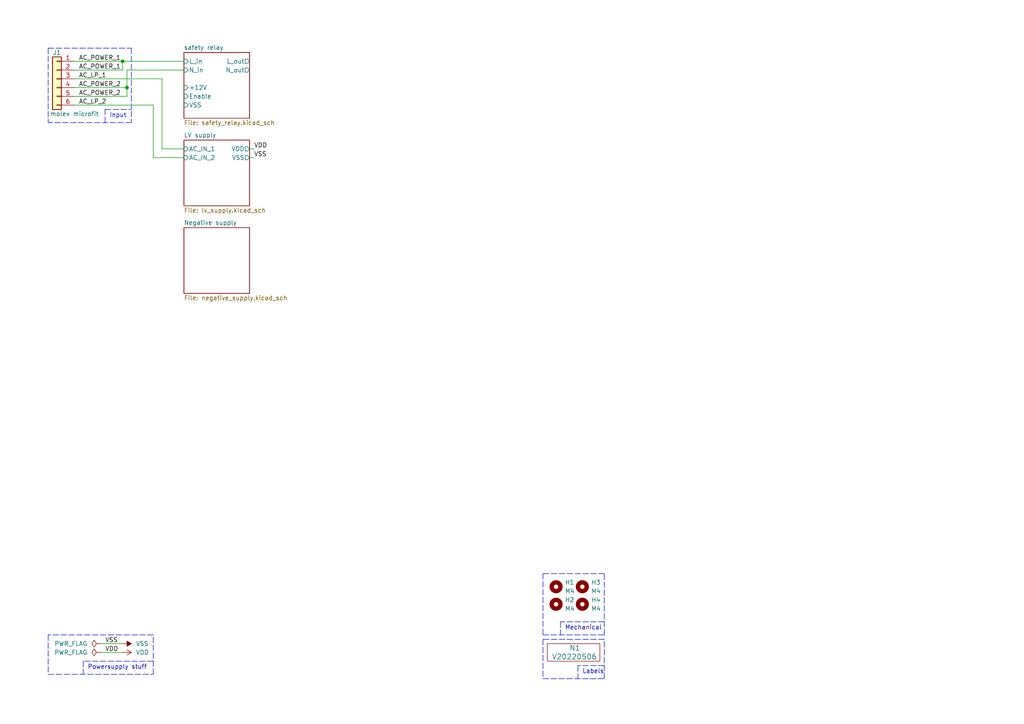
<source format=kicad_sch>
(kicad_sch (version 20211123) (generator eeschema)
  (paper "A4")
  (lib_symbols
    (symbol "Connector_Generic:Conn_01x06" (pin_names (offset 1.016) hide)
      (property "Reference" "J" (at 0 7.62 0))
      (property "Value" "Conn_01x06" (at 0 -10.16 0))
      (symbol "Conn_01x06_1_1"
        (rectangle (start -1.27 -7.493) (end 0 -7.747) (stroke (width 0.1524)))
        (rectangle (start -1.27 -4.953) (end 0 -5.207) (stroke (width 0.1524)))
        (rectangle (start -1.27 -2.413) (end 0 -2.667) (stroke (width 0.1524)))
        (rectangle (start -1.27 0.127) (end 0 -0.127) (stroke (width 0.1524)))
        (rectangle (start -1.27 2.667) (end 0 2.413) (stroke (width 0.1524)))
        (rectangle (start -1.27 5.207) (end 0 4.953) (stroke (width 0.1524)))
        (rectangle (start -1.27 6.35) (end 1.27 -8.89) (stroke (width 0.254)) (fill (type background)))
        (pin passive line (at -5.08 5.08 0) (length 3.81) (name "Pin_1") (number "1"))
        (pin passive line (at -5.08 2.54 0) (length 3.81) (name "Pin_2") (number "2"))
        (pin passive line (at -5.08 0 0) (length 3.81) (name "Pin_3") (number "3"))
        (pin passive line (at -5.08 -2.54 0) (length 3.81) (name "Pin_4") (number "4"))
        (pin passive line (at -5.08 -5.08 0) (length 3.81) (name "Pin_5") (number "5"))
        (pin passive line (at -5.08 -7.62 0) (length 3.81) (name "Pin_6") (number "6"))
      )
    )
    (symbol "Mechanical:MountingHole" (pin_names (offset 1.016))
      (property "Reference" "H" (at 0 5.08 0))
      (property "Value" "MountingHole" (at 0 3.175 0))
      (symbol "MountingHole_0_1"
        (circle (center 0 0) (radius 1.27) (stroke (width 1.27)))
      )
    )
    (symbol "SquantorLabels:VYYYYMMDD" (pin_names (offset 1.016))
      (property "Reference" "N" (at 0 2.54 0))
      (property "Value" "VYYYYMMDD" (at 0 0 0))
      (symbol "VYYYYMMDD_0_1"
        (rectangle (start 7.62 -1.27) (end -7.62 3.81))
      )
    )
    (symbol "power:PWR_FLAG" (power) (pin_numbers hide) (pin_names (offset 0) hide)
      (property "Value" "PWR_FLAG" (at 0 3.81 0))
      (symbol "PWR_FLAG_0_0"
        (pin power_out line (at 0 0 90) (length 0) (name "pwr") (number "1"))
      )
      (symbol "PWR_FLAG_0_1"
        (polyline (pts (xy 0 0) (xy 0 1.27) (xy -1.016 1.905) (xy 0 2.54) (xy 1.016 1.905) (xy 0 1.27)))
      )
    )
    (symbol "power:VDD" (power) (pin_names (offset 0))
      (property "Value" "VDD" (at 0 3.81 0))
      (symbol "VDD_0_1"
        (polyline (pts (xy -0.762 1.27) (xy 0 2.54)))
        (polyline (pts (xy 0 0) (xy 0 2.54)))
        (polyline (pts (xy 0 2.54) (xy 0.762 1.27)))
      )
      (symbol "VDD_1_1"
        (pin power_in line (at 0 0 90) (length 0) hide (name "VDD") (number "1"))
      )
    )
    (symbol "power:VSS" (power) (pin_names (offset 0))
      (property "Value" "VSS" (at 0 3.81 0))
      (symbol "VSS_0_1"
        (polyline (pts (xy 0 0) (xy 0 2.54)))
        (polyline (pts (xy 0.762 1.27) (xy -0.762 1.27) (xy 0 2.54) (xy 0.762 1.27)) (fill (type outline)))
      )
      (symbol "VSS_1_1"
        (pin power_in line (at 0 0 90) (length 0) hide (name "VSS") (number "1"))
      )
    )
  )
  (junction (at 35.56 17.78))
  (junction (at 36.83 25.4))
  (polyline (pts (xy 167.64 193.04) (xy 167.64 196.85)))
  (polyline (pts (xy 175.26 185.42) (xy 157.48 185.42)))
  (polyline (pts (xy 38.1 13.97) (xy 38.1 35.56)))
  (polyline (pts (xy 175.26 193.04) (xy 167.64 193.04)))
  (polyline (pts (xy 175.26 184.15) (xy 175.26 166.37)))
  (polyline (pts (xy 13.97 13.97) (xy 13.97 35.56)))
  (wire (pts (xy 21.59 22.86) (xy 46.99 22.86)))
  (polyline (pts (xy 175.26 180.34) (xy 162.56 180.34)))
  (polyline (pts (xy 30.48 31.75) (xy 38.1 31.75)))
  (polyline (pts (xy 44.45 184.15) (xy 13.97 184.15)))
  (polyline (pts (xy 30.48 35.56) (xy 30.48 31.75)))
  (wire (pts (xy 44.45 30.48) (xy 44.45 45.72)))
  (wire (pts (xy 35.56 20.32) (xy 35.56 17.78)))
  (polyline (pts (xy 38.1 35.56) (xy 13.97 35.56)))
  (polyline (pts (xy 157.48 185.42) (xy 157.48 196.85)))
  (wire (pts (xy 44.45 45.72) (xy 53.34 45.72)))
  (wire (pts (xy 46.99 43.18) (xy 53.34 43.18)))
  (wire (pts (xy 29.21 186.69) (xy 35.56 186.69)))
  (polyline (pts (xy 157.48 184.15) (xy 175.26 184.15)))
  (polyline (pts (xy 44.45 191.77) (xy 24.13 191.77)))
  (polyline (pts (xy 162.56 180.34) (xy 162.56 184.15)))
  (polyline (pts (xy 157.48 196.85) (xy 175.26 196.85)))
  (polyline (pts (xy 13.97 13.97) (xy 38.1 13.97)))
  (wire (pts (xy 36.83 25.4) (xy 36.83 20.32)))
  (polyline (pts (xy 175.26 196.85) (xy 175.26 185.42)))
  (wire (pts (xy 46.99 22.86) (xy 46.99 43.18)))
  (wire (pts (xy 21.59 17.78) (xy 35.56 17.78)))
  (wire (pts (xy 36.83 27.94) (xy 36.83 25.4)))
  (wire (pts (xy 21.59 30.48) (xy 44.45 30.48)))
  (wire (pts (xy 21.59 27.94) (xy 36.83 27.94)))
  (wire (pts (xy 35.56 17.78) (xy 53.34 17.78)))
  (polyline (pts (xy 13.97 184.15) (xy 13.97 195.58)))
  (polyline (pts (xy 13.97 195.58) (xy 44.45 195.58)))
  (wire (pts (xy 72.39 43.18) (xy 73.66 43.18)))
  (wire (pts (xy 29.21 189.23) (xy 35.56 189.23)))
  (polyline (pts (xy 44.45 195.58) (xy 44.45 184.15)))
  (polyline (pts (xy 157.48 166.37) (xy 157.48 184.15)))
  (polyline (pts (xy 175.26 166.37) (xy 157.48 166.37)))
  (wire (pts (xy 36.83 20.32) (xy 53.34 20.32)))
  (wire (pts (xy 21.59 25.4) (xy 36.83 25.4)))
  (wire (pts (xy 72.39 45.72) (xy 73.66 45.72)))
  (wire (pts (xy 21.59 20.32) (xy 35.56 20.32)))
  (polyline (pts (xy 24.13 191.77) (xy 24.13 195.58)))
  (text "Input" (at 31.75 34.29 0) (effects (font (size 1.27 1.27)) (justify left bottom)))
  (text "Labels" (at 168.91 195.58 0) (effects (font (size 1.27 1.27)) (justify left bottom)))
  (text "Powersupply stuff" (at 25.4 194.31 0) (effects (font (size 1.27 1.27)) (justify left bottom)))
  (text "Mechanical" (at 163.83 182.88 0) (effects (font (size 1.27 1.27)) (justify left bottom)))
  (label "AC_LP_2" (at 22.86 30.48 0))
  (label "VDD" (at 30.48 189.23 0))
  (label "AC_LP_1" (at 22.86 22.86 0))
  (label "VSS" (at 30.48 186.69 0))
  (label "AC_POWER_2" (at 22.86 27.94 0))
  (label "AC_POWER_1" (at 22.86 17.78 0))
  (label "AC_POWER_2" (at 22.86 25.4 0))
  (label "AC_POWER_1" (at 22.86 20.32 0))
  (label "VSS" (at 73.66 45.72 0))
  (label "VDD" (at 73.66 43.18 0))
  (symbol (lib_id "power:VDD") (at 35.56 189.23 270) (unit 1)
    (property "Reference" "#PWR0101" (effects hide))
    (property "Value" "VDD" (at 39.37 189.23 90) (effects (justify left)))
  )
  (symbol (lib_id "Mechanical:MountingHole") (at 161.29 170.18 0) (unit 1)
    (property "Reference" "H1" (at 163.83 168.9099 0) (effects (justify left)))
    (property "Value" "M4" (at 163.83 171.4499 0) (effects (justify left)))
    (property "Footprint" "MountingHole:MountingHole_4.3mm_M4_Pad_Via" (effects hide))
  )
  (symbol (lib_id "Mechanical:MountingHole") (at 161.29 175.26 0) (unit 1)
    (property "Reference" "H2" (at 163.83 173.9899 0) (effects (justify left)))
    (property "Value" "M4" (at 163.83 176.5299 0) (effects (justify left)))
    (property "Footprint" "MountingHole:MountingHole_4.3mm_M4_Pad_Via" (effects hide))
  )
  (symbol (lib_id "power:VSS") (at 35.56 186.69 270) (unit 1)
    (property "Reference" "#PWR0102" (effects hide))
    (property "Value" "VSS" (at 39.37 186.6899 90) (effects (justify left)))
  )
  (symbol (lib_id "Mechanical:MountingHole") (at 168.91 170.18 0) (unit 1)
    (property "Reference" "H3" (at 171.45 168.9099 0) (effects (justify left)))
    (property "Value" "M4" (at 171.45 171.4499 0) (effects (justify left)))
    (property "Footprint" "MountingHole:MountingHole_4.3mm_M4_Pad_Via" (effects hide))
  )
  (symbol (lib_id "power:PWR_FLAG") (at 29.21 189.23 90) (unit 1)
    (property "Reference" "#FLG0102" (effects hide))
    (property "Value" "PWR_FLAG" (at 25.4 189.2299 90) (effects (justify left)))
  )
  (symbol (lib_id "power:PWR_FLAG") (at 29.21 186.69 90) (unit 1)
    (property "Reference" "#FLG0101" (effects hide))
    (property "Value" "PWR_FLAG" (at 25.4 186.6899 90) (effects (justify left)))
  )
  (symbol (lib_id "Mechanical:MountingHole") (at 168.91 175.26 0) (unit 1)
    (property "Reference" "H4" (at 171.45 173.9899 0) (effects (justify left)))
    (property "Value" "M4" (at 171.45 176.5299 0) (effects (justify left)))
    (property "Footprint" "MountingHole:MountingHole_4.3mm_M4_Pad_Via" (effects hide))
  )
  (symbol (lib_id "SquantorLabels:VYYYYMMDD") (at 166.37 190.5 0) (unit 1)
    (property "Reference" "N1" (at 165.1 187.96 0) (effects (font (size 1.524 1.524)) (justify left)))
    (property "Value" "V20220506" (at 160.02 190.5 0) (effects (font (size 1.524 1.524)) (justify left)))
    (property "Footprint" "SquantorLabels:Label_Generic" (effects hide))
  )
  (symbol (lib_id "Connector_Generic:Conn_01x06") (at 16.51 22.86 0) (mirror y) (unit 1)
    (property "Reference" "J1" (at 16.51 15.24 0))
    (property "Value" "molex microfit" (at 21.59 33.02 0))
    (property "Footprint" "Connector_Molex:Molex_Mini-Fit_Jr_5566-06A_2x03_P4.20mm_Vertical" (effects hide))
  )
  (sheet (at 53.34 40.64) (size 19.05 19.05) (stroke (width 0.1524))
    (property "Sheet name" "LV supply" (at 53.34 39.9284 0) (effects (justify left bottom)))
    (property "Sheet file" "lv_supply.kicad_sch" (at 53.34 60.2746 0) (effects (justify left top)))
    (pin "AC_IN_1" input (at 53.34 43.18 180))
    (pin "AC_IN_2" input (at 53.34 45.72 180))
    (pin "VDD" output (at 72.39 43.18 0))
    (pin "VSS" output (at 72.39 45.72 0))
  )
  (sheet (at 53.34 15.24) (size 19.05 19.05) (stroke (width 0.1524))
    (property "Sheet name" "safety relay" (at 53.34 14.5284 0) (effects (justify left bottom)))
    (property "Sheet file" "safety_relay.kicad_sch" (at 53.34 34.8746 0) (effects (justify left top)))
    (pin "N_out" output (at 72.39 20.32 0))
    (pin "L_out" output (at 72.39 17.78 0))
    (pin "+12V" input (at 53.34 25.4 180))
    (pin "Enable" input (at 53.34 27.94 180))
    (pin "VSS" input (at 53.34 30.48 180))
    (pin "L_in" input (at 53.34 17.78 180))
    (pin "N_in" input (at 53.34 20.32 180))
  )
  (sheet (at 53.34 66.04) (size 19.05 19.05) (stroke (width 0.1524))
    (property "Sheet name" "Negative supply" (at 53.34 65.3284 0) (effects (justify left bottom)))
    (property "Sheet file" "negative_supply.kicad_sch" (at 53.34 85.6746 0) (effects (justify left top)))
  )
)
</source>
